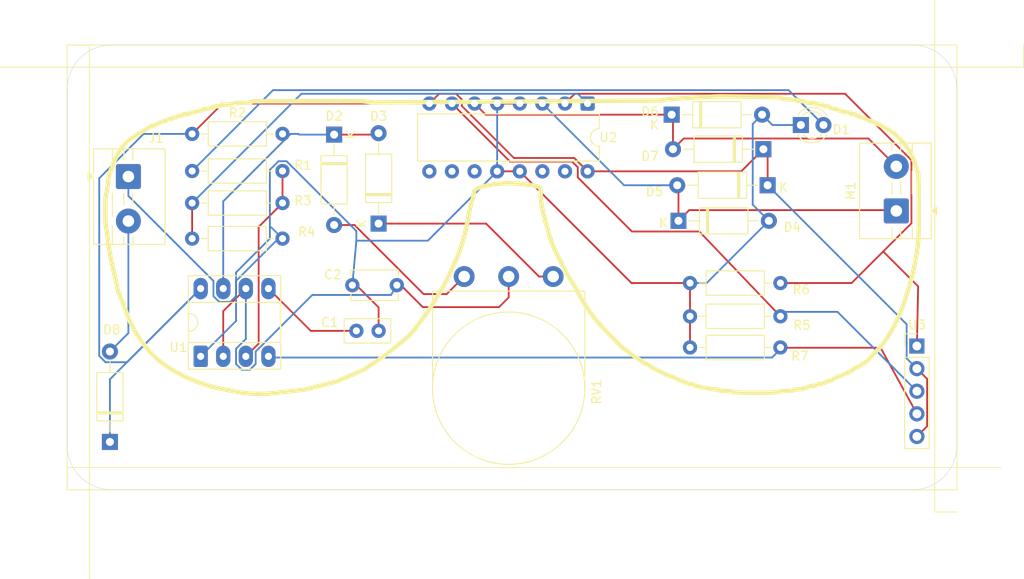
<source format=kicad_pcb>
(kicad_pcb (version 20241229) (generator "pcbnew") (generator_version "9.0")
  (layers (0 "F.Cu" signal) (2 "B.Cu" signal) (13 "F.Paste" user) (15 "B.Paste" user) (5 "F.SilkS" user "F.Silkscreen") (7 "B.SilkS" user "B.Silkscreen") (1 "F.Mask" user) (3 "B.Mask" user) (25 "Edge.Cuts" user))
  (net 0 "")
  (net 1 "Net-(U1-CV)")
  (net 2 "GND")
  (net 3 "Net-(U1-THR)")
  (net 4 "Net-(D1-A)")
  (net 5 "Net-(D2-A)")
  (net 6 "Net-(D2-K)")
  (net 7 "Net-(D3-K)")
  (net 8 "Net-(D4-K)")
  (net 9 "Net-(D6-K)")
  (net 10 "Net-(U1-Q)")
  (net 11 "Net-(U2-EN1,2)")
  (net 12 "Net-(U2-2A)")
  (net 13 "Net-(U2-1A)")
  (net 14 "Net-(U1-R)")
  (net 20 "+9V")
  (net 21 "VCC")
  (footprint "Capacitor_THT:C_Disc_D5.1mm_W3.2mm_P5.00mm" (layer "F.Cu") (at 67.05 72 180)
    (property "Reference" "C2" (at 7.21118 1.183229 0) (layer "F.SilkS"))
    (property "Value" "470p")
    (pad "1" thru_hole circle (at 0 0 180) (size 1.6 1.6) (drill 0.8) (layers "*.Cu" "*.Mask") (net 3 "Net-(U1-THR)"))
    (pad "2" thru_hole circle (at 5 0 180) (size 1.6 1.6) (drill 0.8) (layers "*.Cu" "*.Mask") (net 2 "GND"))
  )
  (footprint "Diode_THT:D_A-405_P10.16mm_Horizontal" (layer "F.Cu") (at 97.940739 52.838081)
    (property "Reference" "D6" (at -2.440739 -0.338081 0) (layer "F.SilkS"))
    (property "Value" "4007")
    (fp_text user "K" (at -1.940739 1.161919 0) (layer "F.SilkS"))
    (pad "1" thru_hole rect (at 0 0) (size 1.8 1.8) (drill 0.9) (layers "*.Cu" "*.Mask") (net 9 "Net-(D6-K)"))
    (pad "2" thru_hole oval (at 10.16 0) (size 1.8 1.8) (drill 0.9) (layers "*.Cu" "*.Mask") (net 2 "GND"))
  )
  (footprint "Package_DIP:DIP-8_W7.62mm_Socket_LongPads" (layer "F.Cu") (at 45 80 90)
    (property "Reference" "U1" (at 1 -2.5 180) (layer "F.SilkS"))
    (property "Value" "555")
    (pad "1" thru_hole roundrect (at 0 0 90) (size 2.4 1.6) (drill 0.8) (layers "*.Cu" "*.Mask") (roundrect_rratio 0.15625) (net 2 "GND"))
    (pad "2" thru_hole oval (at 0 2.54 90) (size 2.4 1.6) (drill 0.8) (layers "*.Cu" "*.Mask") (net 3 "Net-(U1-THR)"))
    (pad "3" thru_hole oval (at 0 5.08 90) (size 2.4 1.6) (drill 0.8) (layers "*.Cu" "*.Mask") (net 10 "Net-(U1-Q)"))
    (pad "4" thru_hole oval (at 0 7.62 90) (size 2.4 1.6) (drill 0.8) (layers "*.Cu" "*.Mask") (net 14 "Net-(U1-R)"))
    (pad "5" thru_hole oval (at 7.62 7.62 90) (size 2.4 1.6) (drill 0.8) (layers "*.Cu" "*.Mask") (net 1 "Net-(U1-CV)"))
    (pad "6" thru_hole oval (at 7.62 5.08 90) (size 2.4 1.6) (drill 0.8) (layers "*.Cu" "*.Mask") (net 3 "Net-(U1-THR)"))
    (pad "7" thru_hole oval (at 7.62 2.54 90) (size 2.4 1.6) (drill 0.8) (layers "*.Cu" "*.Mask") (net 6 "Net-(D2-K)"))
    (pad "8" thru_hole oval (at 7.62 0 90) (size 2.4 1.6) (drill 0.8) (layers "*.Cu" "*.Mask") (net 21 "VCC"))
  )
  (footprint "Diode_THT:D_A-405_P10.16mm_Horizontal" (layer "F.Cu") (at 108.247652 56.718072 180)
    (property "Reference" "D7" (at 12.747652 -0.781928 0) (layer "F.SilkS"))
    (property "Value" "4007" (hide yes))
    (pad "1" thru_hole rect (at 0 0 180) (size 1.8 1.8) (drill 0.9) (layers "*.Cu" "*.Mask") (net 21 "VCC"))
    (pad "2" thru_hole oval (at 10.16 0 180) (size 1.8 1.8) (drill 0.9) (layers "*.Cu" "*.Mask") (net 9 "Net-(D6-K)"))
  )
  (footprint "Resistor_THT:R_Axial_DIN0207_L6.3mm_D2.5mm_P10.16mm_Horizontal" (layer "F.Cu") (at 100 75.5)
    (property "Reference" "R5" (at 12.58 1 180) (layer "F.SilkS"))
    (property "Value" "470k")
    (pad "1" thru_hole circle (at 0 0) (size 1.6 1.6) (drill 0.8) (layers "*.Cu" "*.Mask") (net 2 "GND"))
    (pad "2" thru_hole oval (at 10.16 0) (size 1.6 1.6) (drill 0.8) (layers "*.Cu" "*.Mask") (net 12 "Net-(U2-2A)"))
  )
  (footprint "LED_THT:LED_D3.0mm_Clear" (layer "F.Cu") (at 112.46 54)
    (property "Reference" "D1" (at 4.54 0.5 0) (layer "F.SilkS"))
    (property "Value" "LED")
    (pad "1" thru_hole rect (at 0 0) (size 1.8 1.8) (drill 0.9) (layers "*.Cu" "*.Mask") (net 2 "GND"))
    (pad "2" thru_hole circle (at 2.54 0) (size 1.8 1.8) (drill 0.9) (layers "*.Cu" "*.Mask") (net 4 "Net-(D1-A)"))
  )
  (footprint "Capacitor_THT:C_Disc_D5.0mm_W2.5mm_P2.50mm" (layer "F.Cu") (at 62.5 77.133326)
    (property "Reference" "C1" (at -3 -0.951223 0) (layer "F.SilkS"))
    (property "Value" "100n")
    (pad "1" thru_hole circle (at 0 0) (size 1.6 1.6) (drill 0.8) (layers "*.Cu" "*.Mask") (net 1 "Net-(U1-CV)"))
    (pad "2" thru_hole circle (at 2.5 0) (size 1.6 1.6) (drill 0.8) (layers "*.Cu" "*.Mask") (net 2 "GND"))
  )
  (footprint "TerminalBlock:TerminalBlock_MaiXu_MX126-5.0-02P_1x02_P5.00mm" (layer "F.Cu") (at 123.185667 63.652775 90)
    (property "Reference" "M1" (at 2.25 -5.12 90) (layer "F.SilkS"))
    (property "Value" "Motorreductor")
    (pad "1" thru_hole roundrect (at 0 0 90) (size 2.8 2.8) (drill 1.3) (layers "*.Cu" "*.Mask") (roundrect_rratio 0.089286) (net 8 "Net-(D4-K)"))
    (pad "2" thru_hole circle (at 5 0 90) (size 2.8 2.8) (drill 1.3) (layers "*.Cu" "*.Mask") (net 9 "Net-(D6-K)"))
  )
  (footprint "Connector_PinHeader_2.54mm:PinHeader_1x05_P2.54mm_Vertical" (layer "F.Cu") (at 125.5 78.84)
    (property "Reference" "U3" (at 0 -2.38 0) (layer "F.SilkS"))
    (property "Value" "mst303")
    (pad "1" thru_hole rect (at 0 0) (size 1.7 1.7) (drill 1) (layers "*.Cu" "*.Mask") (net 13 "Net-(U2-1A)"))
    (pad "2" thru_hole circle (at 0 2.54) (size 1.7 1.7) (drill 1) (layers "*.Cu" "*.Mask") (net 21 "VCC"))
    (pad "3" thru_hole circle (at 0 5.08) (size 1.7 1.7) (drill 1) (layers "*.Cu" "*.Mask") (net 12 "Net-(U2-2A)"))
    (pad "4" thru_hole circle (at 0 7.62) (size 1.7 1.7) (drill 1) (layers "*.Cu" "*.Mask") (net 14 "Net-(U1-R)"))
    (pad "5" thru_hole circle (at 0 10.16) (size 1.7 1.7) (drill 1) (layers "*.Cu" "*.Mask") (net 21 "VCC"))
  )
  (footprint "Resistor_THT:R_Axial_DIN0207_L6.3mm_D2.5mm_P10.16mm_Horizontal" (layer "F.Cu") (at 44.043208 66.767498)
    (property "Reference" "R4" (at 12.880081 -0.767498 0) (layer "F.SilkS"))
    (property "Value" "100k")
    (pad "1" thru_hole circle (at 0 0) (size 1.6 1.6) (drill 0.8) (layers "*.Cu" "*.Mask") (net 11 "Net-(U2-EN1,2)"))
    (pad "2" thru_hole oval (at 10.16 0) (size 1.6 1.6) (drill 0.8) (layers "*.Cu" "*.Mask") (net 2 "GND"))
  )
  (footprint "Resistor_THT:R_Axial_DIN0207_L6.3mm_D2.5mm_P10.16mm_Horizontal" (layer "F.Cu") (at 44.043208 55)
    (property "Reference" "R2" (at 5.08 -2.37 0) (layer "F.SilkS"))
    (property "Value" "10k")
    (pad "1" thru_hole circle (at 0 0) (size 1.6 1.6) (drill 0.8) (layers "*.Cu" "*.Mask") (net 21 "VCC"))
    (pad "2" thru_hole oval (at 10.16 0) (size 1.6 1.6) (drill 0.8) (layers "*.Cu" "*.Mask") (net 6 "Net-(D2-K)"))
  )
  (footprint "Diode_THT:D_A-405_P10.16mm_Horizontal" (layer "F.Cu") (at 60 55.08 -90)
    (property "Reference" "D2" (at -2.08 0 180) (layer "F.SilkS"))
    (property "Value" "4007" (hide yes))
    (fp_text user "K" (at 0 -1.9 90) (layer "F.SilkS"))
    (pad "1" thru_hole rect (at 0 0 270) (size 1.8 1.8) (drill 0.9) (layers "*.Cu" "*.Mask") (net 6 "Net-(D2-K)"))
    (pad "2" thru_hole oval (at 10.16 0 270) (size 1.8 1.8) (drill 0.9) (layers "*.Cu" "*.Mask") (net 5 "Net-(D2-A)"))
  )
  (footprint "Package_DIP:DIP-16_W7.62mm" (layer "F.Cu") (at 88.487679 51.58666 -90)
    (property "Reference" "U2" (at 3.81 -2.33 180) (layer "F.SilkS"))
    (property "Value" "L293D")
    (pad "1" thru_hole roundrect (at 0 0 270) (size 1.6 1.6) (drill 0.8) (layers "*.Cu" "*.Mask") (roundrect_rratio 0.15625) (net 11 "Net-(U2-EN1,2)"))
    (pad "2" thru_hole circle (at 0 2.54 270) (size 1.6 1.6) (drill 0.8) (layers "*.Cu" "*.Mask") (net 13 "Net-(U2-1A)"))
    (pad "3" thru_hole circle (at 0 5.08 270) (size 1.6 1.6) (drill 0.8) (layers "*.Cu" "*.Mask") (net 8 "Net-(D4-K)"))
    (pad "4" thru_hole circle (at 0 7.62 270) (size 1.6 1.6) (drill 0.8) (layers "*.Cu" "*.Mask") (net 2 "GND"))
    (pad "5" thru_hole circle (at 0 10.16 270) (size 1.6 1.6) (drill 0.8) (layers "*.Cu" "*.Mask") (net 2 "GND"))
    (pad "6" thru_hole circle (at 0 12.7 270) (size 1.6 1.6) (drill 0.8) (layers "*.Cu" "*.Mask") (net 9 "Net-(D6-K)"))
    (pad "7" thru_hole circle (at 0 15.24 270) (size 1.6 1.6) (drill 0.8) (layers "*.Cu" "*.Mask") (net 12 "Net-(U2-2A)"))
    (pad "8" thru_hole circle (at 0 17.78 270) (size 1.6 1.6) (drill 0.8) (layers "*.Cu" "*.Mask") (net 21 "VCC"))
    (pad "9" thru_hole circle (at 7.62 17.78 270) (size 1.6 1.6) (drill 0.8) (layers "*.Cu" "*.Mask"))
    (pad "10" thru_hole circle (at 7.62 15.24 270) (size 1.6 1.6) (drill 0.8) (layers "*.Cu" "*.Mask"))
    (pad "11" thru_hole circle (at 7.62 12.7 270) (size 1.6 1.6) (drill 0.8) (layers "*.Cu" "*.Mask"))
    (pad "12" thru_hole circle (at 7.62 10.16 270) (size 1.6 1.6) (drill 0.8) (layers "*.Cu" "*.Mask") (net 2 "GND"))
    (pad "13" thru_hole circle (at 7.62 7.62 270) (size 1.6 1.6) (drill 0.8) (layers "*.Cu" "*.Mask") (net 2 "GND"))
    (pad "14" thru_hole circle (at 7.62 5.08 270) (size 1.6 1.6) (drill 0.8) (layers "*.Cu" "*.Mask"))
    (pad "15" thru_hole circle (at 7.62 2.54 270) (size 1.6 1.6) (drill 0.8) (layers "*.Cu" "*.Mask"))
    (pad "16" thru_hole circle (at 7.62 0 270) (size 1.6 1.6) (drill 0.8) (layers "*.Cu" "*.Mask") (net 21 "VCC"))
  )
  (footprint "Diode_THT:D_A-405_P10.16mm_Horizontal" (layer "F.Cu") (at 34.805345 89.62 90)
    (property "Reference" "D8" (at 12.62 0.194655 180) (layer "F.SilkS"))
    (property "Value" "4007")
    (pad "1" thru_hole rect (at 0 0 90) (size 1.8 1.8) (drill 0.9) (layers "*.Cu" "*.Mask") (net 21 "VCC"))
    (pad "2" thru_hole oval (at 10.16 0 90) (size 1.8 1.8) (drill 0.9) (layers "*.Cu" "*.Mask") (net 20 "+9V"))
  )
  (footprint "Diode_THT:D_A-405_P10.16mm_Horizontal" (layer "F.Cu") (at 98.704686 64.767418)
    (property "Reference" "D4" (at 12.795314 0.732582 0) (layer "F.SilkS"))
    (property "Value" "4007" (hide yes))
    (fp_text user "K" (at -1.704686 0.232582 0) (layer "F.SilkS"))
    (pad "1" thru_hole rect (at 0 0) (size 1.8 1.8) (drill 0.9) (layers "*.Cu" "*.Mask") (net 8 "Net-(D4-K)"))
    (pad "2" thru_hole oval (at 10.16 0) (size 1.8 1.8) (drill 0.9) (layers "*.Cu" "*.Mask") (net 2 "GND"))
  )
  (footprint "Resistor_THT:R_Axial_DIN0207_L6.3mm_D2.5mm_P10.16mm_Horizontal" (layer "F.Cu") (at 100 71.760568)
    (property "Reference" "R6" (at 12.5 0.739432 180) (layer "F.SilkS"))
    (property "Value" "470k" (hide yes))
    (pad "1" thru_hole circle (at 0 0) (size 1.6 1.6) (drill 0.8) (layers "*.Cu" "*.Mask") (net 2 "GND"))
    (pad "2" thru_hole oval (at 10.16 0) (size 1.6 1.6) (drill 0.8) (layers "*.Cu" "*.Mask") (net 13 "Net-(U2-1A)"))
  )
  (footprint "Resistor_THT:R_Axial_DIN0207_L6.3mm_D2.5mm_P10.16mm_Horizontal" (layer "F.Cu") (at 54.203208 59.171328 180)
    (property "Reference" "R1" (at -2.296792 0.671328 0) (layer "F.SilkS"))
    (property "Value" "1k")
    (pad "1" thru_hole circle (at 0 0 180) (size 1.6 1.6) (drill 0.8) (layers "*.Cu" "*.Mask") (net 10 "Net-(U1-Q)"))
    (pad "2" thru_hole oval (at 10.16 0 180) (size 1.6 1.6) (drill 0.8) (layers "*.Cu" "*.Mask") (net 4 "Net-(D1-A)"))
  )
  (footprint "Resistor_THT:R_Axial_DIN0207_L6.3mm_D2.5mm_P10.16mm_Horizontal" (layer "F.Cu") (at 100 79)
    (property "Reference" "R7" (at 12.339982 0.967238 180) (layer "F.SilkS"))
    (property "Value" "100k")
    (pad "1" thru_hole circle (at 0 0) (size 1.6 1.6) (drill 0.8) (layers "*.Cu" "*.Mask") (net 2 "GND"))
    (pad "2" thru_hole oval (at 10.16 0) (size 1.6 1.6) (drill 0.8) (layers "*.Cu" "*.Mask") (net 14 "Net-(U1-R)"))
  )
  (footprint "Diode_THT:D_A-405_P10.16mm_Horizontal" (layer "F.Cu") (at 108.724153 60.771384 180)
    (property "Reference" "D5" (at 12.724153 -0.728616 0) (layer "F.SilkS"))
    (property "Value" "4007" (hide yes))
    (fp_text user "K" (at -1.775847 -0.228616 0) (layer "F.SilkS"))
    (pad "1" thru_hole rect (at 0 0 180) (size 1.8 1.8) (drill 0.9) (layers "*.Cu" "*.Mask") (net 21 "VCC"))
    (pad "2" thru_hole oval (at 10.16 0 180) (size 1.8 1.8) (drill 0.9) (layers "*.Cu" "*.Mask") (net 8 "Net-(D4-K)"))
  )
  (footprint "TerminalBlock:TerminalBlock_MaiXu_MX126-5.0-02P_1x02_P5.00mm" (layer "F.Cu") (at 36.879044 59.794835 -90)
    (property "Reference" "J1" (at -4.294835 -3.120956 180) (layer "F.SilkS"))
    (property "Value" "Batería 9v")
    (pad "1" thru_hole roundrect (at 0 0 270) (size 2.8 2.8) (drill 1.3) (layers "*.Cu" "*.Mask") (roundrect_rratio 0.089286) (net 2 "GND"))
    (pad "2" thru_hole circle (at 5 0 270) (size 2.8 2.8) (drill 1.3) (layers "*.Cu" "*.Mask") (net 20 "+9V"))
  )
  (footprint "Resistor_THT:R_Axial_DIN0207_L6.3mm_D2.5mm_P10.16mm_Horizontal" (layer "F.Cu") (at 54.203208 62.767498 180)
    (property "Reference" "R3" (at -2.296792 0.267498 0) (layer "F.SilkS"))
    (property "Value" "1k")
    (pad "1" thru_hole circle (at 0 0 180) (size 1.6 1.6) (drill 0.8) (layers "*.Cu" "*.Mask") (net 10 "Net-(U1-Q)"))
    (pad "2" thru_hole oval (at 10.16 0 180) (size 1.6 1.6) (drill 0.8) (layers "*.Cu" "*.Mask") (net 11 "Net-(U2-EN1,2)"))
  )
  (footprint "Potentiometer_THT:Potentiometer_Omeg_PC16BU_Vertical" (layer "F.Cu") (at 74.620428 71.031214 -90)
    (property "Reference" "RV1" (at 12.968786 -14.879572 270) (layer "F.SilkS"))
    (property "Value" "500k")
    (pad "1" thru_hole circle (at 0 0 270) (size 2.34 2.34) (drill 1.3) (layers "*.Cu" "*.Mask") (net 5 "Net-(D2-A)"))
    (pad "2" thru_hole circle (at 0 -5 270) (size 2.34 2.34) (drill 1.3) (layers "*.Cu" "*.Mask") (net 3 "Net-(U1-THR)"))
    (pad "3" thru_hole circle (at 0 -10 270) (size 2.34 2.34) (drill 1.3) (layers "*.Cu" "*.Mask") (net 7 "Net-(D3-K)"))
  )
  (footprint "Diode_THT:D_A-405_P10.16mm_Horizontal" (layer "F.Cu") (at 65 65.08 90)
    (property "Reference" "D3" (at 12.08 0 180) (layer "F.SilkS"))
    (property "Value" "4007")
    (fp_text user "K" (at 0 -1.9 90) (layer "F.SilkS"))
    (pad "1" thru_hole rect (at 0 0 90) (size 1.8 1.8) (drill 0.9) (layers "*.Cu" "*.Mask") (net 7 "Net-(D3-K)"))
    (pad "2" thru_hole oval (at 10.16 0 90) (size 1.8 1.8) (drill 0.9) (layers "*.Cu" "*.Mask") (net 6 "Net-(D2-K)"))
  )
  (gr_line (start 30 45) (end 30 95) (stroke (width 0.1)) (layer "F.SilkS"))
  (gr_line (start 32.5 45) (end 32.5 105) (stroke (width 0.1)) (layer "F.SilkS"))
  (gr_line (start 137.5 45) (end 137.5 47.5) (stroke (width 0.1)) (layer "F.SilkS"))
  (gr_line (start 130 95) (end 130 45) (stroke (width 0.1)) (layer "F.SilkS"))
  (gr_line (start 127.5 97.5) (end 127.5 40) (stroke (width 0.1)) (layer "F.SilkS"))
  (gr_line (start 30 95) (end 30 92.5) (stroke (width 0.1)) (layer "F.SilkS"))
  (gr_line (start 30 95) (end 130 95) (stroke (width 0.1)) (layer "F.SilkS"))
  (gr_line (start 30 45) (end 32.5 45) (stroke (width 0.1)) (layer "F.SilkS"))
  (gr_line (start 30 92.5) (end 135 92.5) (stroke (width 0.1)) (layer "F.SilkS"))
  (gr_line (start 137.5 47.5) (end 22.5 47.5) (stroke (width 0.1)) (layer "F.SilkS"))
  (gr_line (start 130 97.5) (end 127.5 97.5) (stroke (width 0.1)) (layer "F.SilkS"))
  (gr_line (start 130 45) (end 30 45) (stroke (width 0.1)) (layer "F.SilkS"))
  (gr_poly (pts (xy 106.569068 50.812672) (xy 110.086923 50.894954) (xy 110.34624 51.043805) (xy 110.395775 51.076191) (xy 110.605676 51.101378) (xy 110.863078 51.11937) (xy 111.158741 51.125365) (xy 111.455126 51.132325) (xy 111.714567 51.153793) (xy 111.92399 51.183899) (xy 111.980601 51.222041) (xy 112.028699 51.259586) (xy 112.147323 51.290289) (xy 112.297494 51.31164) (xy 112.464096 51.318716) (xy 112.630698 51.325795) (xy 112.780869 51.347144) (xy 112.899498 51.377849) (xy 112.947596 51.415392) (xy 112.998812 51.453173) (xy 113.142617 51.483759) (xy 113.323979 51.50511) (xy 113.527644 51.512067) (xy 113.731428 51.519146) (xy 113.912785 51.540492) (xy 114.056596 51.570961) (xy 114.107812 51.60874) (xy 114.154114 51.646286) (xy 114.260385 51.67711) (xy 114.394842 51.698461) (xy 114.542975 51.705538) (xy 114.691107 51.712617) (xy 114.825559 51.733844) (xy 114.931835 51.764671) (xy 114.978133 51.802213) (xy 115.021914 51.839515) (xy 115.114504 51.870461) (xy 115.231457 51.891813) (xy 115.358713 51.898889) (xy 115.490416 51.909566) (xy 115.620676 51.941469) (xy 115.731149 51.988247) (xy 115.799993 52.043904) (xy 115.868838 52.099555) (xy 115.979192 52.146335) (xy 116.109571 52.178239) (xy 116.241268 52.188913) (xy 116.36841 52.196109) (xy 116.485352 52.217341) (xy 116.578072 52.248284) (xy 116.621848 52.285589) (xy 116.660836 52.322771) (xy 116.73172 52.353959) (xy 116.819402 52.375188) (xy 116.911878 52.382384) (xy 117.004473 52.38946) (xy 117.092155 52.410689) (xy 117.163044 52.441877) (xy 117.202026 52.479059) (xy 117.248438 52.516483) (xy 117.356151 52.547307) (xy 117.492533 52.568658) (xy 117.642819 52.575735) (xy 117.788912 52.582694) (xy 117.911971 52.604162) (xy 117.999773 52.634987) (xy 118.023887 52.67241) (xy 118.041391 52.709471) (xy 118.094049 52.740658) (xy 118.171298 52.762009) (xy 118.26269 52.769086) (xy 118.378195 52.782398) (xy 118.532444 52.825938) (xy 118.696416 52.88843) (xy 118.845747 52.962434) (xy 118.987753 53.036563) (xy 119.129769 53.099052) (xy 119.254145 53.144032) (xy 119.329236 53.155907) (xy 119.404317 53.16778) (xy 119.528704 53.212641) (xy 119.67072 53.275252) (xy 119.812736 53.349256) (xy 119.952822 53.423263) (xy 120.089204 53.485874) (xy 120.206629 53.531572) (xy 120.270441 53.542607) (xy 120.496409 53.594425) (xy 121.326913 54.003435) (xy 122.126818 54.415803) (xy 122.406533 54.61491) (xy 122.489894 54.685557) (xy 122.576139 54.745408) (xy 122.653979 54.787989) (xy 122.705434 54.799626) (xy 122.86292 54.863676) (xy 123.558235 55.549759) (xy 124.244803 56.244714) (xy 124.308854 56.401962) (xy 124.321565 56.455216) (xy 124.365704 56.529822) (xy 124.428313 56.610184) (xy 124.502314 56.685151) (xy 124.576326 56.765277) (xy 124.63881 56.861109) (xy 124.681881 56.957663) (xy 124.695671 57.038507) (xy 124.702747 57.106755) (xy 124.724091 57.164567) (xy 124.755405 57.203311) (xy 124.792344 57.216987) (xy 124.829293 57.231617) (xy 124.860597 57.273718) (xy 124.881951 57.336329) (xy 124.889017 57.410335) (xy 124.896218 57.484342) (xy 124.917447 57.546953) (xy 124.948762 57.589051) (xy 124.9857 57.603687) (xy 125.022638 57.618322) (xy 125.054067 57.660539) (xy 125.075297 57.72315) (xy 125.082373 57.797157) (xy 125.089564 57.871161) (xy 125.110793 57.933656) (xy 125.142222 57.975873) (xy 125.17917 57.990508) (xy 125.216233 58.010417) (xy 125.247413 58.073988) (xy 125.268767 58.165865) (xy 125.275843 58.274895) (xy 125.28292 58.388123) (xy 125.304274 58.493193) (xy 125.335215 58.577034) (xy 125.372516 58.619015) (xy 125.409694 58.657157) (xy 125.44077 58.724806) (xy 125.461999 58.808166) (xy 125.4692 58.895488) (xy 125.477947 58.987126) (xy 125.504094 59.083441) (xy 125.542475 59.1698) (xy 125.588057 59.231091) (xy 125.651744 59.375027) (xy 125.681731 60.164021) (xy 125.702607 61.31273) (xy 125.708957 63.238916) (xy 125.70405 65.581671) (xy 125.677653 66.716943) (xy 125.61601 67.512656) (xy 125.496291 68.336555) (xy 125.203876 69.913584) (xy 124.981622 70.91692) (xy 124.697113 71.944365) (xy 124.166475 73.654653) (xy 123.824639 74.626083) (xy 123.396308 75.652682) (xy 122.941965 76.602525) (xy 122.523834 77.328906) (xy 122.355079 77.591942) (xy 122.183076 77.862298) (xy 122.030871 78.103633) (xy 121.932631 78.262194) (xy 121.590784 78.720381) (xy 120.731145 79.652351) (xy 119.79186 80.640336) (xy 119.621061 80.713139) (xy 119.565404 80.723339) (xy 119.499195 80.755245) (xy 119.433712 80.801423) (xy 119.379259 80.856234) (xy 119.235199 80.985177) (xy 118.983312 81.13498) (xy 118.723041 81.260202) (xy 118.562192 81.293307) (xy 118.510862 81.30651) (xy 118.444404 81.350162) (xy 118.375321 81.412651) (xy 118.31403 81.486658) (xy 118.247935 81.560665) (xy 118.164938 81.623279) (xy 118.078578 81.6661) (xy 118.002533 81.680134) (xy 117.936687 81.687205) (xy 117.88103 81.708434) (xy 117.843729 81.739863) (xy 117.83053 81.776807) (xy 117.819615 81.813631) (xy 117.788788 81.84506) (xy 117.742739 81.866289) (xy 117.6884 81.873485) (xy 117.612106 81.88536) (xy 117.486899 81.93034) (xy 117.344281 81.992829) (xy 117.202026 82.066836) (xy 117.060851 82.140843) (xy 116.92147 82.203451) (xy 116.80045 82.24867) (xy 116.730521 82.260301) (xy 116.569917 82.291606) (xy 116.301718 82.412512) (xy 116.043958 82.552489) (xy 115.941169 82.653125) (xy 115.906622 82.687906) (xy 115.847489 82.717047) (xy 115.775283 82.736963) (xy 115.70056 82.743682) (xy 115.606523 82.756392) (xy 115.468943 82.800537) (xy 115.316857 82.863026) (xy 115.171484 82.937033) (xy 115.015191 83.011154) (xy 114.829762 83.073648) (xy 114.645043 83.116589) (xy 114.491634 83.130498) (xy 114.36318 83.137455) (xy 114.254751 83.158928) (xy 114.178581 83.189869) (xy 114.156153 83.227176) (xy 114.132164 83.264597) (xy 114.044248 83.295424) (xy 113.921184 83.316897) (xy 113.77509 83.323849) (xy 113.624799 83.330931) (xy 113.488418 83.352279) (xy 113.380834 83.383106) (xy 113.334293 83.420527) (xy 113.29531 83.45771) (xy 113.224422 83.488889) (xy 113.13675 83.510119) (xy 113.044274 83.5172) (xy 112.951668 83.524396) (xy 112.863991 83.545625) (xy 112.793103 83.576815) (xy 112.754125 83.613998) (xy 112.70291 83.651777) (xy 112.559093 83.682241) (xy 112.377742 83.703594) (xy 112.174077 83.710666) (xy 111.970283 83.717628) (xy 111.788931 83.738976) (xy 111.645115 83.769565) (xy 111.593899 83.807349) (xy 111.537169 83.845486) (xy 111.327745 83.875592) (xy 111.068309 83.896946) (xy 110.771925 83.904017) (xy 110.475659 83.910979) (xy 110.216224 83.932447) (xy 110.006795 83.962558) (xy 109.950059 84.000695) (xy 109.875575 84.044601) (xy 109.23999 84.071703) (xy 108.441278 84.09137) (xy 107.382052 84.097368) (xy 106.305186 84.091614) (xy 105.524954 84.072305) (xy 104.916709 84.045794) (xy 104.873773 84.000695) (xy 104.840913 83.960753) (xy 104.657637 83.931254) (xy 104.412587 83.910621) (xy 104.105884 83.904017) (xy 103.807351 83.896946) (xy 103.546105 83.875592) (xy 103.335125 83.845486) (xy 103.278275 83.807349) (xy 103.227059 83.769565) (xy 103.083238 83.738976) (xy 102.901887 83.717628) (xy 102.698222 83.710666) (xy 102.494432 83.703594) (xy 102.313081 83.682241) (xy 102.169265 83.651777) (xy 102.118049 83.613998) (xy 102.06827 83.576214) (xy 101.93717 83.545625) (xy 101.771414 83.524282) (xy 101.586218 83.5172) (xy 101.401022 83.510243) (xy 101.235256 83.488889) (xy 101.104155 83.458187) (xy 101.054382 83.420527) (xy 101.015399 83.383345) (xy 100.94451 83.352279) (xy 100.856839 83.331045) (xy 100.764363 83.323849) (xy 100.671757 83.316653) (xy 100.584075 83.295424) (xy 100.513197 83.264364) (xy 100.474214 83.227176) (xy 100.433188 83.189869) (xy 100.353785 83.158928) (xy 100.254596 83.13758) (xy 100.14832 83.130498) (xy 100.016623 83.116107) (xy 99.834193 83.068009) (xy 99.636764 82.999164) (xy 99.453 82.917718) (xy 99.283042 82.837833) (xy 99.127599 82.773544) (xy 98.997095 82.727007) (xy 98.947918 82.72557) (xy 98.898741 82.72293) (xy 98.766443 82.668715) (xy 98.608956 82.594709) (xy 98.436834 82.503192) (xy 98.260998 82.410115) (xy 98.092476 82.331548) (xy 97.948541 82.273494) (xy 97.875613 82.260301) (xy 97.791417 82.242906) (xy 97.507624 82.118166) (xy 97.172859 81.962002) (xy 96.799956 81.776807) (xy 96.428367 81.591492) (xy 96.098037 81.435328) (xy 95.81677 81.308658) (xy 95.744081 81.293307) (xy 95.694904 81.28) (xy 95.633494 81.236457) (xy 95.571124 81.173962) (xy 95.517024 81.099961) (xy 95.456579 81.025954) (xy 95.375132 80.963346) (xy 95.286257 80.920768) (xy 95.203732 80.906491) (xy 95.129964 80.899414) (xy 95.067718 80.87818) (xy 95.025737 80.846761) (xy 95.011107 80.809812) (xy 94.996228 80.772874) (xy 94.953411 80.741569) (xy 94.889838 80.720335) (xy 94.814752 80.713139) (xy 94.735594 80.702582) (xy 94.660025 80.671641) (xy 94.599456 80.62582) (xy 94.564068 80.57185) (xy 94.530725 80.513672) (xy 94.475073 80.455857) (xy 94.407303 80.407043) (xy 94.337135 80.375614) (xy 94.252213 80.338676) (xy 94.133709 80.266827) (xy 94.005846 80.177469) (xy 93.886859 80.081989) (xy 93.772921 79.990598) (xy 93.660528 79.913349) (xy 93.562294 79.856862) (xy 93.506279 79.843062) (xy 93.450627 79.826751) (xy 93.352154 79.757782) (xy 93.239523 79.663988) (xy 93.125699 79.552799) (xy 93.011625 79.441735) (xy 92.89888 79.347931) (xy 92.799929 79.279205) (xy 92.743795 79.262775) (xy 92.548166 79.18109) (xy 91.127062 77.736235) (xy 89.841977 76.399939) (xy 89.238059 75.682072) (xy 88.721096 74.961326) (xy 88.19202 74.165255) (xy 87.736349 73.431435) (xy 87.493587 72.964848) (xy 87.385994 72.747751) (xy 87.202603 72.422101) (xy 86.986939 72.059865) (xy 86.766963 71.710112) (xy 86.536668 71.342719) (xy 86.289704 70.926513) (xy 86.062766 70.525658) (xy 85.898203 70.211406) (xy 85.736639 69.888391) (xy 85.517861 69.456834) (xy 85.283126 68.997209) (xy 85.067227 68.578243) (xy 84.713152 67.826789) (xy 84.405375 67.029037) (xy 84.091242 66.039376) (xy 83.709339 64.662297) (xy 83.46417 63.687505) (xy 83.317719 62.961244) (xy 83.240474 62.33813) (xy 83.214685 61.701948) (xy 83.196693 61.186905) (xy 83.106858 61.012625) (xy 82.899593 60.913556) (xy 82.059621 60.74947) (xy 80.795407 60.582386) (xy 79.464625 60.537167) (xy 78.184339 60.612253) (xy 77.074732 60.807762) (xy 76.291377 61.023302) (xy 75.91739 61.204182) (xy 75.736273 61.43567) (xy 75.672699 61.781231) (xy 75.662629 61.944834) (xy 75.632399 62.125112) (xy 75.588264 62.294474) (xy 75.535601 62.422933) (xy 75.475753 62.563388) (xy 75.407624 62.77941) (xy 75.343096 63.024097) (xy 75.292357 63.264223) (xy 75.018042 64.725985) (xy 74.835129 65.620892) (xy 74.666369 66.331081) (xy 74.457065 67.097767) (xy 74.208182 67.882923) (xy 73.924269 68.636172) (xy 73.525455 69.55939) (xy 72.883276 70.947265) (xy 72.214103 72.247344) (xy 71.342827 73.721339) (xy 70.401384 75.162111) (xy 69.515833 76.362036) (xy 68.836469 77.207169) (xy 68.459361 77.633326) (xy 68.088496 77.981171) (xy 67.494647 78.466818) (xy 67.155566 78.738254) (xy 66.768985 79.053948) (xy 66.39572 79.363764) (xy 66.100176 79.614687) (xy 63.468353 81.432205) (xy 60.298583 82.818404) (xy 56.65611 83.746774) (xy 52.611583 84.195006) (xy 51.468155 84.224152) (xy 50.499483 84.188884) (xy 49.586467 84.082499) (xy 48.616235 83.895628) (xy 48.386661 83.847047) (xy 48.055254 83.783479) (xy 47.689665 83.71727) (xy 47.341825 83.658018) (xy 46.090327 83.367511) (xy 44.580225 82.85307) (xy 43.118222 82.239072) (xy 42.02139 81.637431) (xy 41.726939 81.44864) (xy 41.439911 81.265722) (xy 41.193497 81.109559) (xy 41.056857 81.024393) (xy 40.463169 80.599548) (xy 39.809483 80.011469) (xy 39.151721 79.317944) (xy 38.543098 78.569976) (xy 37.917024 77.677108) (xy 37.415092 76.824062) (xy 36.985715 75.915724) (xy 36.579068 74.854453) (xy 36.428765 74.437287) (xy 36.253982 73.979457) (xy 36.081994 73.550058) (xy 35.943015 73.227889) (xy 35.827808 72.957891) (xy 35.730496 72.695212) (xy 35.659501 72.469478) (xy 35.642098 72.346175) (xy 35.62858 72.207158) (xy 35.556542 71.855485) (xy 35.462385 71.436757) (xy 35.350849 70.981687) (xy 35.094083 69.89871) (xy 34.869428 68.797617) (xy 34.690423 67.751584) (xy 34.572289 66.837849) (xy 34.530477 66.474897) (xy 34.47986 66.104148) (xy 34.4282 65.77538) (xy 34.384996 65.562237) (xy 34.307152 64.963118) (xy 34.291044 63.625857) (xy 34.306768 62.27948) (xy 34.386855 61.760842) (xy 34.430959 61.573369) (xy 34.484694 61.253473) (xy 34.537553 60.883087) (xy 34.581669 60.507896) (xy 34.625521 60.150345) (xy 34.677721 59.833572) (xy 34.7316 59.573171) (xy 34.773304 59.497489) (xy 34.809875 59.446029) (xy 34.840581 59.368308) (xy 34.861536 59.279189) (xy 34.868564 59.191631) (xy 34.879563 59.10191) (xy 34.912452 59.006555) (xy 34.960777 58.919957) (xy 35.018003 58.857104) (xy 35.071486 58.800133) (xy 35.109173 58.732001) (xy 35.126133 58.663515) (xy 35.118528 58.605583) (xy 35.123674 58.433103) (xy 35.432147 57.775085) (xy 35.751943 57.151255) (xy 35.974704 56.83664) (xy 36.032445 56.765992) (xy 36.081251 56.691508) (xy 36.115734 56.623621) (xy 36.125558 56.576841) (xy 36.174616 56.454021) (xy 36.544655 56.074753) (xy 36.917659 55.720078) (xy 37.165248 55.538844) (xy 37.265605 55.477792) (xy 37.423969 55.376317) (xy 37.603142 55.259133) (xy 37.779675 55.141107) (xy 37.971971 55.015762) (xy 38.199553 54.87639) (xy 38.425732 54.744449) (xy 38.61257 54.643096) (xy 38.780168 54.5511) (xy 38.946267 54.448788) (xy 39.089001 54.351152) (xy 39.175457 54.277504) (xy 39.247687 54.218374) (xy 39.33665 54.168237) (xy 39.427988 54.133931) (xy 39.506875 54.12278) (xy 39.607064 54.106344) (xy 39.793627 54.037616) (xy 40.010907 53.943823) (xy 40.234974 53.832753) (xy 40.459151 53.721686) (xy 40.676682 53.627887) (xy 40.863567 53.559159) (xy 40.964284 53.542607) (xy 41.036754 53.535531) (xy 41.107449 53.514179) (xy 41.166187 53.482995) (xy 41.201906 53.445932) (xy 41.240888 53.408749) (xy 41.311763 53.377684) (xy 41.399431 53.356454) (xy 41.491981 53.349256) (xy 41.584517 53.34206) (xy 41.672196 53.320831) (xy 41.743071 53.289765) (xy 41.782053 53.252583) (xy 41.821048 53.215401) (xy 41.891911 53.184332) (xy 41.979591 53.162981) (xy 42.072127 53.155907) (xy 42.164664 53.148709) (xy 42.252344 53.12748) (xy 42.323231 53.096292) (xy 42.362212 53.059232) (xy 42.404194 53.021928) (xy 42.487915 52.990862) (xy 42.593105 52.969633) (xy 42.706333 52.962434) (xy 42.815243 52.95548) (xy 42.90712 52.934129) (xy 42.970691 52.902944) (xy 42.990722 52.865761) (xy 43.01483 52.828335) (xy 43.10263 52.797511) (xy 43.225693 52.77616) (xy 43.371785 52.769086) (xy 43.522075 52.762009) (xy 43.658452 52.740658) (xy 43.766162 52.709951) (xy 43.812581 52.67241) (xy 43.85672 52.634987) (xy 43.950877 52.604162) (xy 44.069741 52.582811) (xy 44.199401 52.575735) (xy 44.328941 52.568658) (xy 44.447926 52.547307) (xy 44.542083 52.516363) (xy 44.586102 52.479059) (xy 44.625085 52.441877) (xy 44.695972 52.410689) (xy 44.783651 52.38946) (xy 44.876248 52.382384) (xy 44.968725 52.375188) (xy 45.056405 52.353959) (xy 45.127292 52.322771) (xy 45.166273 52.285589) (xy 45.214851 52.248048) (xy 45.336714 52.217341) (xy 45.490844 52.195992) (xy 45.662363 52.188913) (xy 45.848277 52.178841) (xy 46.017879 52.148732) (xy 46.156175 52.102673) (xy 46.243734 52.043904) (xy 46.329975 51.985848) (xy 46.466711 51.939669) (xy 46.632595 51.909081) (xy 46.811312 51.898889) (xy 46.977435 51.891813) (xy 47.127245 51.870461) (xy 47.245389 51.839756) (xy 47.293487 51.802213) (xy 47.347344 51.764191) (xy 47.516944 51.733844) (xy 47.729607 51.712495) (xy 47.970334 51.705538) (xy 48.211064 51.698461) (xy 48.423724 51.67711) (xy 48.593445 51.646766) (xy 48.647181 51.60874) (xy 48.707155 51.569999) (xy 48.967553 51.540256) (xy 49.288524 51.519024) (xy 49.662511 51.512067) (xy 50.036377 51.505232) (xy 50.357349 51.484003) (xy 50.617748 51.454252) (xy 50.67772 51.415392) (xy 50.833169 51.328672) (xy 57.11298 51.320275) (xy 63.150981 51.3186) (xy 63.876285 51.400878) (xy 64.484164 51.467567) (xy 80.5518 51.359499) (xy 96.784724 51.248429) (xy 97.039481 51.175022) (xy 97.127879 51.145157) (xy 97.619897 51.099098) (xy 98.196827 51.053281) (xy 98.860361 51.012021) (xy 99.575587 50.970877) (xy 100.30989 50.925897) (xy 100.96395 50.88332) (xy 101.392867 50.852013) (xy 103.353957 50.775848)) (stroke (width 0.5)) (fill no) (layer "F.SilkS"))
  (gr_arc (start 130 90) (mid 128.535534 93.535534) (end 125 95) (stroke (width 0.05)) (layer "Edge.Cuts"))
  (gr_arc (start 30 50) (mid 31.464466 46.464466) (end 35 45) (stroke (width 0.05)) (layer "Edge.Cuts"))
  (gr_arc (start 125 45) (mid 128.535534 46.464466) (end 130 50) (stroke (width 0.05)) (layer "Edge.Cuts"))
  (gr_line (start 30 90) (end 30 50) (stroke (width 0.05)) (layer "Edge.Cuts"))
  (gr_line (start 130 50) (end 130 90) (stroke (width 0.05)) (layer "Edge.Cuts"))
  (gr_arc (start 35 95) (mid 31.464466 93.535534) (end 30 90) (stroke (width 0.05)) (layer "Edge.Cuts"))
  (gr_line (start 35 45) (end 125 45) (stroke (width 0.05)) (layer "Edge.Cuts"))
  (gr_line (start 125 95) (end 35 95) (stroke (width 0.05)) (layer "Edge.Cuts"))
  (segment (start 57.373326 77.133326) (end 52.62 72.38) (width 0.2) (layer "F.Cu") (net 1))
  (segment (start 62.5 77.133326) (end 57.373326 77.133326) (width 0.2) (layer "F.Cu") (net 1))
  (segment (start 93.421587 71.760568) (end 80.867679 59.20666) (width 0.2) (layer "F.Cu") (net 2))
  (segment (start 100 75.5) (end 100 75.08) (width 0.2) (layer "F.Cu") (net 2))
  (segment (start 100 71.760568) (end 93.421587 71.760568) (width 0.2) (layer "F.Cu") (net 2))
  (segment (start 100 79) (end 100 75.5) (width 0.2) (layer "F.Cu") (net 2))
  (segment (start 78.327679 51.58666) (end 80.867679 51.58666) (width 0.2) (layer "F.Cu") (net 2))
  (segment (start 100 71.760568) (end 100 75.5) (width 0.2) (layer "F.Cu") (net 2))
  (segment (start 65 74.5) (end 62.5 72) (width 0.2) (layer "F.Cu") (net 2))
  (segment (start 78.327679 59.20666) (end 80.867679 59.20666) (width 0.2) (layer "F.Cu") (net 2))
  (segment (start 65 77.133326) (end 65 74.5) (width 0.2) (layer "F.Cu") (net 2))
  (segment (start 47.083951 73.881) (end 48.334049 73.881) (width 0.2) (layer "B.Cu") (net 2))
  (segment (start 78.327679 51.58666) (end 78.327679 59.20666) (width 0.2) (layer "B.Cu") (net 2))
  (segment (start 52.93571 65.5) (end 52.779919 65.5) (width 0.2) (layer "B.Cu") (net 2))
  (segment (start 52.779919 59.037567) (end 53.747158 58.070328) (width 0.2) (layer "B.Cu") (net 2))
  (segment (start 48.334049 73.881) (end 48.979 73.236049) (width 0.2) (layer "B.Cu") (net 2))
  (segment (start 53.735453 66.767498) (end 54.203208 66.767498) (width 0.2) (layer "B.Cu") (net 2))
  (segment (start 109.262658 54) (end 108.100739 52.838081) (width 0.2) (layer "B.Cu") (net 2))
  (segment (start 48.979 70.568417) (end 48.979 76.021) (width 0.2) (layer "B.Cu") (net 2))
  (segment (start 107.046652 53.892168) (end 107.046652 62.949384) (width 0.2) (layer "B.Cu") (net 2))
  (segment (start 53.747158 58.070328) (end 54.659258 58.070328) (width 0.2) (layer "B.Cu") (net 2))
  (segment (start 52.779919 65.5) (end 52.779919 59.037567) (width 0.2) (layer "B.Cu") (net 2))
  (segment (start 48.979 76.021) (end 45 80) (width 0.2) (layer "B.Cu") (net 2))
  (segment (start 100 71.760568) (end 101.871536 71.760568) (width 0.2) (layer "B.Cu") (net 2))
  (segment (start 62.5 67) (end 70.534339 67) (width 0.2) (layer "B.Cu") (net 2))
  (segment (start 46.439 71.523951) (end 46.439 73.236049) (width 0.2) (layer "B.Cu") (net 2))
  (segment (start 52.779919 66.767498) (end 52.779919 65.5) (width 0.2) (layer "B.Cu") (net 2))
  (segment (start 112.46 54) (end 109.262658 54) (width 0.2) (layer "B.Cu") (net 2))
  (segment (start 108.100739 52.838081) (end 107.046652 53.892168) (width 0.2) (layer "B.Cu") (net 2))
  (segment (start 101.871536 71.760568) (end 108.864686 64.767418) (width 0.2) (layer "B.Cu") (net 2))
  (segment (start 62.5 67) (end 62.05 72) (width 0.2) (layer "B.Cu") (net 2))
  (segment (start 52.779919 66.767498) (end 48.979 70.568417) (width 0.2) (layer "B.Cu") (net 2))
  (segment (start 48.979 71.523951) (end 53.735453 66.767498) (width 0.2) (layer "B.Cu") (net 2))
  (segment (start 54.203208 66.767498) (end 52.93571 65.5) (width 0.2) (layer "B.Cu") (net 2))
  (segment (start 107.046652 62.949384) (end 108.864686 64.767418) (width 0.2) (layer "B.Cu") (net 2))
  (segment (start 54.659258 58.070328) (end 62.5 65.91107) (width 0.2) (layer "B.Cu") (net 2))
  (segment (start 36.879044 59.794835) (end 36.879044 61.963995) (width 0.2) (layer "B.Cu") (net 2))
  (segment (start 36.879044 61.963995) (end 46.439 71.523951) (width 0.2) (layer "B.Cu") (net 2))
  (segment (start 48.979 73.236049) (end 48.979 71.523951) (width 0.2) (layer "B.Cu") (net 2))
  (segment (start 46.439 73.236049) (end 47.083951 73.881) (width 0.2) (layer "B.Cu") (net 2))
  (segment (start 70.534339 67) (end 78.327679 59.20666) (width 0.2) (layer "B.Cu") (net 2))
  (segment (start 62.5 65.91107) (end 62.5 67) (width 0.2) (layer "B.Cu") (net 2))
  (segment (start 47.54 80) (end 47.54 74.92) (width 0.2) (layer "F.Cu") (net 3))
  (segment (start 79.620428 73.379572) (end 79.620428 71.031214) (width 0.2) (layer "F.Cu") (net 3))
  (segment (start 69.971 74.471) (end 78.529 74.471) (width 0.2) (layer "F.Cu") (net 3))
  (segment (start 78.529 74.471) (end 79.620428 73.379572) (width 0.2) (layer "F.Cu") (net 3))
  (segment (start 67.5 72) (end 69.971 74.471) (width 0.2) (layer "F.Cu") (net 3))
  (segment (start 47.54 74.92) (end 50.08 72.38) (width 0.2) (layer "F.Cu") (net 3))
  (segment (start 50.536049 81.501) (end 49.623951 81.501) (width 0.2) (layer "B.Cu") (net 3))
  (segment (start 67.05 72) (end 66.399 73.101) (width 0.2) (layer "B.Cu") (net 3))
  (segment (start 51.181 79.4661) (end 51.181 80.856049) (width 0.2) (layer "B.Cu") (net 3))
  (segment (start 49.623951 81.501) (end 48.979 80.856049) (width 0.2) (layer "B.Cu") (net 3))
  (segment (start 66.399 73.101) (end 57.5461 73.101) (width 0.2) (layer "B.Cu") (net 3))
  (segment (start 48.979 80.856049) (end 48.979 79.143951) (width 0.2) (layer "B.Cu") (net 3))
  (segment (start 51.181 80.856049) (end 50.536049 81.501) (width 0.2) (layer "B.Cu") (net 3))
  (segment (start 50.08 78.042951) (end 50.08 72.38) (width 0.2) (layer "B.Cu") (net 3))
  (segment (start 48.979 79.143951) (end 50.08 78.042951) (width 0.2) (layer "B.Cu") (net 3))
  (segment (start 57.5461 73.101) (end 51.181 79.4661) (width 0.2) (layer "B.Cu") (net 3))
  (segment (start 115 54) (end 111.08466 50.08466) (width 0.2) (layer "B.Cu") (net 4))
  (segment (start 53.129876 50.08466) (end 44.043208 59.171328) (width 0.2) (layer "B.Cu") (net 4))
  (segment (start 111.08466 50.08466) (end 53.129876 50.08466) (width 0.2) (layer "B.Cu") (net 4))
  (segment (start 70.05705 73) (end 72.651642 73) (width 0.2) (layer "F.Cu") (net 5))
  (segment (start 72.651642 73) (end 74.620428 71.031214) (width 0.2) (layer "F.Cu") (net 5))
  (segment (start 60 65.24) (end 62.29705 65.24) (width 0.2) (layer "F.Cu") (net 5))
  (segment (start 62.29705 65.24) (end 70.05705 73) (width 0.2) (layer "F.Cu") (net 5))
  (segment (start 60 55.08) (end 64.84 55.08) (width 0.2) (layer "F.Cu") (net 6))
  (segment (start 64.84 55.08) (end 65 54.92) (width 0.2) (layer "F.Cu") (net 6))
  (segment (start 56 55) (end 56.08 55.08) (width 0.2) (layer "B.Cu") (net 6))
  (segment (start 55.116377 55) (end 56 55) (width 0.2) (layer "B.Cu") (net 6))
  (segment (start 56.08 55.08) (end 60 55.08) (width 0.2) (layer "B.Cu") (net 6))
  (segment (start 47.54 62.576377) (end 47.54 72.38) (width 0.2) (layer "B.Cu") (net 6))
  (segment (start 55.116377 55) (end 47.54 62.576377) (width 0.2) (layer "B.Cu") (net 6))
  (segment (start 65 65.08) (end 77.08 65.08) (width 0.2) (layer "F.Cu") (net 7))
  (segment (start 83.031214 71.031214) (end 84.620428 71.031214) (width 0.2) (layer "F.Cu") (net 7))
  (segment (start 77.08 65.08) (end 83.031214 71.031214) (width 0.2) (layer "F.Cu") (net 7))
  (segment (start 123.185667 63.652775) (end 123.09931 63.566418) (width 0.2) (layer "F.Cu") (net 8))
  (segment (start 98.704686 60.911917) (end 98.564153 60.771384) (width 0.2) (layer "F.Cu") (net 8))
  (segment (start 99.905686 63.566418) (end 98.704686 64.767418) (width 0.2) (layer "F.Cu") (net 8))
  (segment (start 123.09931 63.566418) (end 99.905686 63.566418) (width 0.2) (layer "F.Cu") (net 8))
  (segment (start 98.704686 64.767418) (end 98.704686 60.911917) (width 0.2) (layer "F.Cu") (net 8))
  (segment (start 92.592403 60.771384) (end 98.564153 60.771384) (width 0.2) (layer "B.Cu") (net 8))
  (segment (start 83.407679 51.58666) (end 92.592403 60.771384) (width 0.2) (layer "B.Cu") (net 8))
  (segment (start 77.0391 52.838081) (end 75.787679 51.58666) (width 0.2) (layer "F.Cu") (net 9))
  (segment (start 97.940739 52.838081) (end 77.0391 52.838081) (width 0.2) (layer "F.Cu") (net 9))
  (segment (start 98.087652 52.984994) (end 97.940739 52.838081) (width 0.2) (layer "F.Cu") (net 9))
  (segment (start 123.185667 58.652775) (end 120.049964 55.517072) (width 0.2) (layer "F.Cu") (net 9))
  (segment (start 120.049964 55.517072) (end 99.288652 55.517072) (width 0.2) (layer "F.Cu") (net 9))
  (segment (start 98.087652 56.718072) (end 98.087652 52.984994) (width 0.2) (layer "F.Cu") (net 9))
  (segment (start 99.288652 55.517072) (end 98.087652 56.718072) (width 0.2) (layer "F.Cu") (net 9))
  (segment (start 54.203208 62.767498) (end 51.519 65.451706) (width 0.2) (layer "F.Cu") (net 10))
  (segment (start 54.203208 62.767498) (end 54.203208 59.171328) (width 0.2) (layer "F.Cu") (net 10))
  (segment (start 51.519 65.451706) (end 51.519 78.561) (width 0.2) (layer "F.Cu") (net 10))
  (segment (start 51.519 78.561) (end 50.08 80) (width 0.2) (layer "F.Cu") (net 10))
  (segment (start 44.043208 66.767498) (end 44.043208 62.767498) (width 0.2) (layer "F.Cu") (net 11))
  (segment (start 56.325046 50.48566) (end 44.043208 62.767498) (width 0.2) (layer "B.Cu") (net 11))
  (segment (start 87.386679 50.48566) (end 56.325046 50.48566) (width 0.2) (layer "B.Cu") (net 11))
  (segment (start 88.487679 51.58666) (end 87.386679 50.48566) (width 0.2) (layer "B.Cu") (net 11))
  (segment (start 86.741729 58.10566) (end 87.386679 58.75061) (width 0.2) (layer "F.Cu") (net 12))
  (segment (start 87.386679 58.75061) (end 87.386679 59.886679) (width 0.2) (layer "F.Cu") (net 12))
  (segment (start 79.766679 58.10566) (end 86.741729 58.10566) (width 0.2) (layer "F.Cu") (net 12))
  (segment (start 87.386679 59.886679) (end 93.468418 65.968418) (width 0.2) (layer "F.Cu") (net 12))
  (segment (start 101.048418 65.968418) (end 110.16 75.5) (width 0.2) (layer "F.Cu") (net 12))
  (segment (start 93.468418 65.968418) (end 101.048418 65.968418) (width 0.2) (layer "F.Cu") (net 12))
  (segment (start 73.247679 51.58666) (end 79.766679 58.10566) (width 0.2) (layer "F.Cu") (net 12))
  (segment (start 116.58 75) (end 110.66 75) (width 0.2) (layer "B.Cu") (net 12))
  (segment (start 125.5 83.92) (end 116.58 75) (width 0.2) (layer "B.Cu") (net 12))
  (segment (start 110.66 75) (end 110.16 75.5) (width 0.2) (layer "B.Cu") (net 12))
  (segment (start 125.640182 72.140182) (end 121.712301 68.212301) (width 0.2) (layer "F.Cu") (net 13))
  (segment (start 87.048679 50.48566) (end 117.42413 50.48566) (width 0.2) (layer "F.Cu") (net 13))
  (segment (start 124.886667 57.948197) (end 124.886667 65.037935) (width 0.2) (layer "F.Cu") (net 13))
  (segment (start 124.886667 65.037935) (end 121.712301 68.212301) (width 0.2) (layer "F.Cu") (net 13))
  (segment (start 85.947679 51.58666) (end 87.048679 50.48566) (width 0.2) (layer "F.Cu") (net 13))
  (segment (start 121.712301 68.212301) (end 118.164034 71.760568) (width 0.2) (layer "F.Cu") (net 13))
  (segment (start 117.42413 50.48566) (end 124.886667 57.948197) (width 0.2) (layer "F.Cu") (net 13))
  (segment (start 118.164034 71.760568) (end 110.16 71.760568) (width 0.2) (layer "F.Cu") (net 13))
  (segment (start 125.5 78.84) (end 125.640182 72.140182) (width 0.2) (layer "F.Cu") (net 13))
  (segment (start 125.5 86.46) (end 121.417891 79.032762) (width 0.2) (layer "F.Cu") (net 14))
  (segment (start 121.417891 79.032762) (end 110.192762 79.032762) (width 0.2) (layer "F.Cu") (net 14))
  (segment (start 110.192762 79.032762) (end 110.16 79) (width 0.2) (layer "F.Cu") (net 14))
  (segment (start 109.219018 80.133762) (end 110.16 79.19278) (width 0.2) (layer "B.Cu") (net 14))
  (segment (start 110.16 79.19278) (end 110.16 79) (width 0.2) (layer "B.Cu") (net 14))
  (segment (start 52.62 80) (end 52.753762 80.133762) (width 0.2) (layer "B.Cu") (net 14))
  (segment (start 52.753762 80.133762) (end 109.219018 80.133762) (width 0.2) (layer "B.Cu") (net 14))
  (segment (start 34.805345 79.46) (end 36.879044 77.386301) (width 0.2) (layer "B.Cu") (net 20))
  (segment (start 36.879044 77.386301) (end 36.879044 64.794835) (width 0.2) (layer "B.Cu") (net 20))
  (segment (start 73.703729 50.48566) (end 74.348679 51.13061) (width 0.2) (layer "F.Cu") (net 21))
  (segment (start 108.724153 60.771384) (end 108.724153 57.194573) (width 0.2) (layer "F.Cu") (net 21))
  (segment (start 105.759064 59.20666) (end 88.487679 59.20666) (width 0.2) (layer "F.Cu") (net 21))
  (segment (start 125.5 81.38) (end 126.651 82.531) (width 0.2) (layer "F.Cu") (net 21))
  (segment (start 70.707679 51.58666) (end 71.808679 50.48566) (width 0.2) (layer "F.Cu") (net 21))
  (segment (start 108.724153 57.194573) (end 108.247652 56.718072) (width 0.2) (layer "F.Cu") (net 21))
  (segment (start 74.348679 51.848679) (end 80.20466 57.70466) (width 0.2) (layer "F.Cu") (net 21))
  (segment (start 108.247652 56.718072) (end 105.759064 59.20666) (width 0.2) (layer "F.Cu") (net 21))
  (segment (start 74.348679 51.13061) (end 74.348679 51.848679) (width 0.2) (layer "F.Cu") (net 21))
  (segment (start 126.651 82.531) (end 126.651 87.849) (width 0.2) (layer "F.Cu") (net 21))
  (segment (start 80.20466 57.70466) (end 86.985679 57.70466) (width 0.2) (layer "F.Cu") (net 21))
  (segment (start 71.808679 50.48566) (end 73.703729 50.48566) (width 0.2) (layer "F.Cu") (net 21))
  (segment (start 47.456548 51.58666) (end 70.707679 51.58666) (width 0.2) (layer "F.Cu") (net 21))
  (segment (start 126.651 87.849) (end 125.5 89) (width 0.2) (layer "F.Cu") (net 21))
  (segment (start 86.985679 57.70466) (end 88.487679 59.20666) (width 0.2) (layer "F.Cu") (net 21))
  (segment (start 44.043208 55) (end 47.456548 51.58666) (width 0.2) (layer "F.Cu") (net 21))
  (segment (start 125.5 81.38) (end 124.349 80.229) (width 0.2) (layer "B.Cu") (net 21))
  (segment (start 34.805345 89.62) (end 34.805345 82.574655) (width 0.2) (layer "B.Cu") (net 21))
  (segment (start 33.604345 79.957471) (end 34.307874 80.661) (width 0.2) (layer "B.Cu") (net 21))
  (segment (start 34.805345 82.574655) (end 45 72.38) (width 0.2) (layer "B.Cu") (net 21))
  (segment (start 124.349 76.396231) (end 108.724153 60.771384) (width 0.2) (layer "B.Cu") (net 21))
  (segment (start 44.043208 55) (end 38.587719 55) (width 0.2) (layer "B.Cu") (net 21))
  (segment (start 38.587719 55) (end 33.604345 59.983374) (width 0.2) (layer "B.Cu") (net 21))
  (segment (start 124.349 80.229) (end 124.349 76.396231) (width 0.2) (layer "B.Cu") (net 21))
  (segment (start 33.604345 59.983374) (end 33.604345 79.957471) (width 0.2) (layer "B.Cu") (net 21))
  (segment (start 36.719 80.661) (end 45 72.38) (width 0.2) (layer "B.Cu") (net 21))
  (segment (start 34.307874 80.661) (end 36.719 80.661) (width 0.2) (layer "B.Cu") (net 21))
)
</source>
